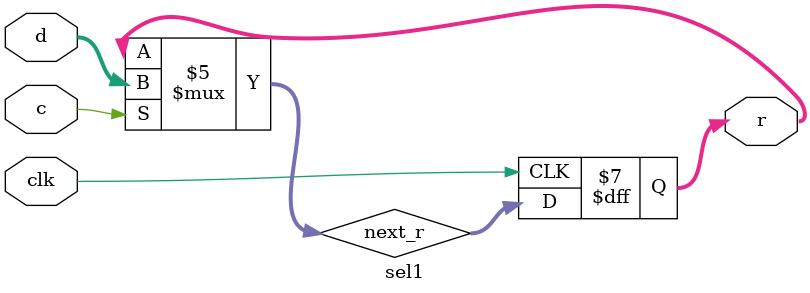
<source format=v>
`timescale 10ns/1ns


///-- start rng
// ----------------- rng starts 
module rng( clk, loadseed_i, seed_i, number_o );
   input clk;
   input loadseed_i;
   input [31:0] seed_i;
   output [31:0] number_o;
   integer 	 i;
   reg [31:0] 	 number_o;
   reg [42:0] 	 LFSR_reg;
   reg [36:0] 	 CASR_reg;


   //CASR:
   reg [36:0] 	 CASR_varCASR,CASR_outCASR;
   // LFSR:
   reg[42:0] LFSR_varLFSR;
   reg 	     outbitLFSR;
   
	
   initial begin 
      CASR_reg  = (1);
      LFSR_reg  = (1);
      number_o  = (0);	
   end
	
   always @(posedge clk) begin 

      if (loadseed_i ) begin 
         CASR_varCASR [36:32]=0;
         CASR_varCASR [31:0]=seed_i ;
         CASR_reg  = (CASR_varCASR );
      end
      else begin 
         CASR_varCASR =CASR_reg ;
	 
         CASR_outCASR [36]=CASR_varCASR [35]^CASR_varCASR [0];

	 for (i=28; i <= 35; i=i+1)
	   CASR_outCASR [i]=CASR_varCASR [i-1]^CASR_varCASR [i+1];

         CASR_outCASR [27]=CASR_varCASR [26]^CASR_varCASR [27]^CASR_varCASR [28];

	 for (i=1; i <= 26; i=i+1)
	   CASR_outCASR [i]=CASR_varCASR [i-1]^CASR_varCASR [i+1];
            
	 CASR_outCASR [0]=CASR_varCASR [36]^CASR_varCASR [1];

         CASR_reg  = (CASR_outCASR );
      end
   end

   always @(posedge clk) begin 

      if (loadseed_i ) begin
	 LFSR_varLFSR [42:32]=0;
         LFSR_varLFSR [31:0]=seed_i ;
         LFSR_reg  = (LFSR_varLFSR );
      end
      else begin
         LFSR_varLFSR =LFSR_reg ;
         outbitLFSR =LFSR_varLFSR [42];

         LFSR_varLFSR [42]=LFSR_varLFSR [41];
         LFSR_varLFSR [41]=LFSR_varLFSR [40]^outbitLFSR ;
	 for (i=21; i <= 40; i= i+1)
	   LFSR_varLFSR [i]=LFSR_varLFSR [i-1];
         LFSR_varLFSR [20]=LFSR_varLFSR [19]^outbitLFSR ;
	 for (i=2; i <= 19; i= i+1)
	   LFSR_varLFSR [i]=LFSR_varLFSR [i-1];
         LFSR_varLFSR [1]=LFSR_varLFSR [0]^outbitLFSR ;
         LFSR_varLFSR [0]=LFSR_varLFSR [42];

         LFSR_reg  = (LFSR_varLFSR );

      end
   end

   //combinate:
   always @(posedge clk)
     number_o  = (LFSR_reg [31:0]^CASR_reg[31:0]);

endmodule

// slowclock module 
module sc (output slowclk, input clk);
   
   wire clk;
   reg 	slowclk;

   reg [64:0] i = 64'd0;
   
   parameter delay = 2;
   
   always @(posedge clk) begin 
      if (i <delay) begin
	 i = i+1;
	 slowclk = slowclk;
      end
      else begin 
	 i = 64'd0;
	 slowclk = ~slowclk;
      end
   end

endmodule // sc

// module rn_normal (output rn1, output rn2, input un1, input un2, input clk, input step);

//    reg [31:0] rn1;
//    reg [31:0] rn2;
//    wire [31:0] next_rn1;
//    wire [31:0] next_rn2;
//    wire [31:0] ln_un1;
//    wire [31:0] sin_un2;
//    wire [31:0] cos_un2;
//    reg        step;
   
   
//    // combinatorial logic 
//    // ln_un1 = sqrt(-2 * ln(un1))
//    // sin_un2 = sin (2 * pi * un2)
//    // cos_un2 = cos (2 * pi * un2)

//    if (step) 
//       next_rn1 = rn1;
//       //next_rn1 <= ln_un1 * sin_un2;
//       //next_rn2 <= ln_un1 * cos_un2;
//    else 
//       ln_un1 = rn2;
//       //ln_un1 <= sqrt(-2 * ln(un1)); // THIS THREE LINES HAVE TO BE REWRITTEN 
//       //sin_un2 <= sin (2 * pi * un2);
//       //cos_un2 <= cos (2 * pi * un2);

   
//    always @(clk, un1, un2) begin
//       rn1 = next_rn1;
//       rn2 = next_rn2;
//    end

// endmodule // rn_normal

// implements
// S_0 * exp ( - sigma**2 * dt + sigma * W)
// module mc_step (output S_next, input S_0, input W, input clk, input step);

//    wire [31:0] S_n;
//    reg [31:0]  S_next;
   
   
//    parameter sigma = 0.2;
//    parameter dt = 0.1;
      
//    assign S_n = S_0 * exp (- sigma**2 * dt + sigma * W);
   
//    always @(posedge clk)
//      S_next = S_n;
   
   
// endmodule // mc_step

//module mc (output S_final, input S_0, input S1);
   

//endmodule // mc


module fsm (o, rst, clk, i);
   output [2:0] o;
   input 	rst;
   input 	clk;
   input [1:0] 	i;
   parameter s0 = 3'b001, s1 = 3'b101, s2 = 3'b110;
   reg [2:0] 	o;
   wire [2:0] 	next_o;

   always @(posedge clk)
     if (rst)
       o = next_o;
     else
       o = s0;

   // this is basically a gate assignement
   assign next_o = (o == s0) ? s1: //((i[0] | i[1]) ? s1 : s0) :
    		   (o == s1) ? s2: //(i[0] & i[1] ? s1 : (i[1] ? s2 : s1)) :
    		   (o == s2) ? s0: s1; //(i[1] ? s0 : s2) : s2 ;
   
endmodule // fsm

module sel1 (r, d, c, clk);

   input [7:0] d;
   input       clk;
   output [7:0] r;
   input 	c;
   
   wire [7:0] next_r;
   reg [7:0]  r;
   
   
   assign next_r = c ? d : r;

   always @(posedge clk)
     r = next_r;
    

endmodule // sel1

</source>
